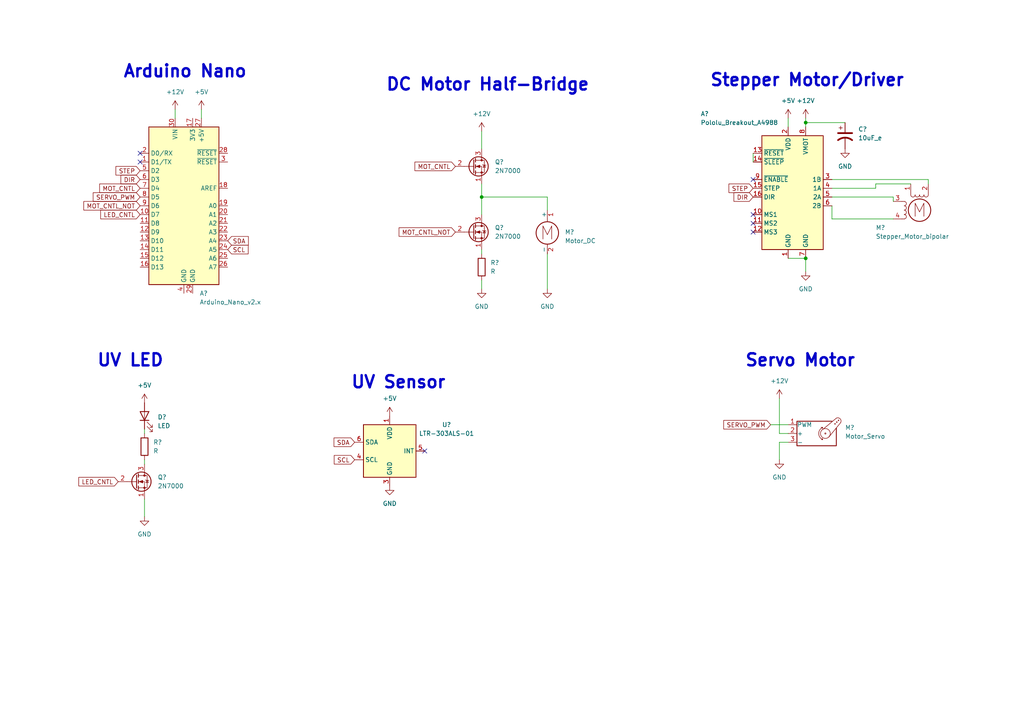
<source format=kicad_sch>
(kicad_sch (version 20211123) (generator eeschema)
  (paper "A4")
  (lib_symbols
    (symbol "Device:C_Polarized_US" (pin_numbers hide) (pin_names (offset 0.254) hide)
      (property "Reference" "C" (at 0.635 2.54 0))
      (property "Value" "C_Polarized_US" (at 0.635 -2.54 0))
      (symbol "C_Polarized_US_0_1"
        (polyline (pts (xy -2.032 0.762) (xy 2.032 0.762)) (stroke (width 0.508)))
        (polyline (pts (xy -1.778 2.286) (xy -0.762 2.286)))
        (polyline (pts (xy -1.27 1.778) (xy -1.27 2.794)))
        (arc (start 2.032 -1.27) (mid 0 -0.5572) (end -2.032 -1.27) (stroke (width 0.508)))
      )
      (symbol "C_Polarized_US_1_1"
        (pin passive line (at 0 3.81 270) (length 2.794) (name "~") (number "1"))
        (pin passive line (at 0 -3.81 90) (length 3.302) (name "~") (number "2"))
      )
    )
    (symbol "Device:LED" (pin_numbers hide) (pin_names (offset 1.016) hide)
      (property "Reference" "D" (at 0 2.54 0))
      (property "Value" "LED" (at 0 -2.54 0))
      (symbol "LED_0_1"
        (polyline (pts (xy -1.27 -1.27) (xy -1.27 1.27)) (stroke (width 0.254)))
        (polyline (pts (xy -1.27 0) (xy 1.27 0)))
        (polyline (pts (xy 1.27 -1.27) (xy 1.27 1.27) (xy -1.27 0) (xy 1.27 -1.27)) (stroke (width 0.254)))
        (polyline (pts (xy -3.048 -0.762) (xy -4.572 -2.286) (xy -3.81 -2.286) (xy -4.572 -2.286) (xy -4.572 -1.524)))
        (polyline (pts (xy -1.778 -0.762) (xy -3.302 -2.286) (xy -2.54 -2.286) (xy -3.302 -2.286) (xy -3.302 -1.524)))
      )
      (symbol "LED_1_1"
        (pin passive line (at -3.81 0 0) (length 2.54) (name "K") (number "1"))
        (pin passive line (at 3.81 0 180) (length 2.54) (name "A") (number "2"))
      )
    )
    (symbol "Device:R" (pin_numbers hide) (pin_names (offset 0))
      (property "Reference" "R" (at 2.032 0 90))
      (property "Value" "R" (at 0 0 90))
      (symbol "R_0_1"
        (rectangle (start -1.016 -2.54) (end 1.016 2.54) (stroke (width 0.254)))
      )
      (symbol "R_1_1"
        (pin passive line (at 0 3.81 270) (length 1.27) (name "~") (number "1"))
        (pin passive line (at 0 -3.81 90) (length 1.27) (name "~") (number "2"))
      )
    )
    (symbol "Driver_Motor:Pololu_Breakout_A4988"
      (property "Reference" "A" (at -2.54 19.05 0))
      (property "Value" "Pololu_Breakout_A4988" (at -2.54 16.51 0))
      (symbol "Pololu_Breakout_A4988_0_1"
        (rectangle (start 10.16 -17.78) (end -7.62 15.24) (stroke (width 0.254)) (fill (type background)))
      )
      (symbol "Pololu_Breakout_A4988_1_1"
        (pin power_in line (at 0 -20.32 90) (length 2.54) (name "GND") (number "1"))
        (pin input line (at -10.16 -7.62 0) (length 2.54) (name "MS1") (number "10"))
        (pin input line (at -10.16 -10.16 0) (length 2.54) (name "MS2") (number "11"))
        (pin input line (at -10.16 -12.7 0) (length 2.54) (name "MS3") (number "12"))
        (pin input line (at -10.16 10.16 0) (length 2.54) (name "~{RESET}") (number "13"))
        (pin input line (at -10.16 7.62 0) (length 2.54) (name "~{SLEEP}") (number "14"))
        (pin input line (at -10.16 0 0) (length 2.54) (name "STEP") (number "15"))
        (pin input line (at -10.16 -2.54 0) (length 2.54) (name "DIR") (number "16"))
        (pin power_in line (at 0 17.78 270) (length 2.54) (name "VDD") (number "2"))
        (pin output line (at 12.7 2.54 180) (length 2.54) (name "1B") (number "3"))
        (pin output line (at 12.7 0 180) (length 2.54) (name "1A") (number "4"))
        (pin output line (at 12.7 -2.54 180) (length 2.54) (name "2A") (number "5"))
        (pin output line (at 12.7 -5.08 180) (length 2.54) (name "2B") (number "6"))
        (pin power_in line (at 5.08 -20.32 90) (length 2.54) (name "GND") (number "7"))
        (pin power_in line (at 5.08 17.78 270) (length 2.54) (name "VMOT") (number "8"))
        (pin input line (at -10.16 2.54 0) (length 2.54) (name "~{ENABLE}") (number "9"))
      )
    )
    (symbol "MCU_Module:Arduino_Nano_v2.x"
      (property "Reference" "A" (at -10.16 23.495 0))
      (property "Value" "Arduino_Nano_v2.x" (at 5.08 -24.13 0))
      (symbol "Arduino_Nano_v2.x_0_1"
        (rectangle (start -10.16 22.86) (end 10.16 -22.86) (stroke (width 0.254)) (fill (type background)))
      )
      (symbol "Arduino_Nano_v2.x_1_1"
        (pin bidirectional line (at -12.7 12.7 0) (length 2.54) (name "D1/TX") (number "1"))
        (pin bidirectional line (at -12.7 -2.54 0) (length 2.54) (name "D7") (number "10"))
        (pin bidirectional line (at -12.7 -5.08 0) (length 2.54) (name "D8") (number "11"))
        (pin bidirectional line (at -12.7 -7.62 0) (length 2.54) (name "D9") (number "12"))
        (pin bidirectional line (at -12.7 -10.16 0) (length 2.54) (name "D10") (number "13"))
        (pin bidirectional line (at -12.7 -12.7 0) (length 2.54) (name "D11") (number "14"))
        (pin bidirectional line (at -12.7 -15.24 0) (length 2.54) (name "D12") (number "15"))
        (pin bidirectional line (at -12.7 -17.78 0) (length 2.54) (name "D13") (number "16"))
        (pin power_out line (at 2.54 25.4 270) (length 2.54) (name "3V3") (number "17"))
        (pin input line (at 12.7 5.08 180) (length 2.54) (name "AREF") (number "18"))
        (pin bidirectional line (at 12.7 0 180) (length 2.54) (name "A0") (number "19"))
        (pin bidirectional line (at -12.7 15.24 0) (length 2.54) (name "D0/RX") (number "2"))
        (pin bidirectional line (at 12.7 -2.54 180) (length 2.54) (name "A1") (number "20"))
        (pin bidirectional line (at 12.7 -5.08 180) (length 2.54) (name "A2") (number "21"))
        (pin bidirectional line (at 12.7 -7.62 180) (length 2.54) (name "A3") (number "22"))
        (pin bidirectional line (at 12.7 -10.16 180) (length 2.54) (name "A4") (number "23"))
        (pin bidirectional line (at 12.7 -12.7 180) (length 2.54) (name "A5") (number "24"))
        (pin bidirectional line (at 12.7 -15.24 180) (length 2.54) (name "A6") (number "25"))
        (pin bidirectional line (at 12.7 -17.78 180) (length 2.54) (name "A7") (number "26"))
        (pin power_out line (at 5.08 25.4 270) (length 2.54) (name "+5V") (number "27"))
        (pin input line (at 12.7 15.24 180) (length 2.54) (name "~{RESET}") (number "28"))
        (pin power_in line (at 2.54 -25.4 90) (length 2.54) (name "GND") (number "29"))
        (pin input line (at 12.7 12.7 180) (length 2.54) (name "~{RESET}") (number "3"))
        (pin power_in line (at -2.54 25.4 270) (length 2.54) (name "VIN") (number "30"))
        (pin power_in line (at 0 -25.4 90) (length 2.54) (name "GND") (number "4"))
        (pin bidirectional line (at -12.7 10.16 0) (length 2.54) (name "D2") (number "5"))
        (pin bidirectional line (at -12.7 7.62 0) (length 2.54) (name "D3") (number "6"))
        (pin bidirectional line (at -12.7 5.08 0) (length 2.54) (name "D4") (number "7"))
        (pin bidirectional line (at -12.7 2.54 0) (length 2.54) (name "D5") (number "8"))
        (pin bidirectional line (at -12.7 0 0) (length 2.54) (name "D6") (number "9"))
      )
    )
    (symbol "Motor:Motor_DC" (pin_names (offset 0))
      (property "Reference" "M" (at 2.54 2.54 0))
      (property "Value" "Motor_DC" (at 2.54 -5.08 0))
      (symbol "Motor_DC_0_0"
        (polyline (pts (xy -1.27 -3.302) (xy -1.27 0.508) (xy 0 -2.032) (xy 1.27 0.508) (xy 1.27 -3.302)))
      )
      (symbol "Motor_DC_0_1"
        (circle (center 0 -1.524) (radius 3.2512) (stroke (width 0.254)))
        (polyline (pts (xy 0 -7.62) (xy 0 -7.112)))
        (polyline (pts (xy 0 -4.7752) (xy 0 -5.1816)))
        (polyline (pts (xy 0 1.7272) (xy 0 2.0828)))
        (polyline (pts (xy 0 2.032) (xy 0 2.54)))
      )
      (symbol "Motor_DC_1_1"
        (pin passive line (at 0 5.08 270) (length 2.54) (name "+") (number "1"))
        (pin passive line (at 0 -7.62 90) (length 2.54) (name "-") (number "2"))
      )
    )
    (symbol "Motor:Motor_Servo" (pin_names (offset 0.0254))
      (property "Reference" "M" (at -5.08 4.445 0))
      (property "Value" "Motor_Servo" (at -5.08 -4.064 0))
      (symbol "Motor_Servo_0_1"
        (polyline (pts (xy 2.413 -1.778) (xy 2.032 -1.778)))
        (polyline (pts (xy 2.413 -1.778) (xy 2.286 -1.397)))
        (polyline (pts (xy 2.413 1.778) (xy 1.905 1.778)))
        (polyline (pts (xy 2.413 1.778) (xy 2.286 1.397)))
        (polyline (pts (xy 6.35 4.445) (xy 2.54 1.27)))
        (polyline (pts (xy 7.62 3.175) (xy 4.191 -1.016)))
        (polyline (pts (xy 5.08 3.556) (xy -5.08 3.556) (xy -5.08 -3.556) (xy 6.35 -3.556) (xy 6.35 1.524)) (stroke (width 0.254)))
        (arc (start 2.413 1.778) (mid 1.2406 0) (end 2.413 -1.778))
        (circle (center 3.175 0) (radius 0.1778))
        (circle (center 3.175 0) (radius 1.4224))
        (circle (center 5.969 2.794) (radius 0.127))
        (circle (center 6.477 3.302) (radius 0.127))
        (circle (center 6.985 3.81) (radius 0.127))
        (arc (start 7.62 3.175) (mid 7.4485 4.2735) (end 6.35 4.445))
      )
      (symbol "Motor_Servo_1_1"
        (pin passive line (at -7.62 2.54 0) (length 2.54) (name "PWM") (number "1"))
        (pin passive line (at -7.62 0 0) (length 2.54) (name "+") (number "2"))
        (pin passive line (at -7.62 -2.54 0) (length 2.54) (name "-") (number "3"))
      )
    )
    (symbol "Motor:Stepper_Motor_bipolar" (pin_names (offset 0) hide)
      (property "Reference" "M" (at 3.81 2.54 0))
      (property "Value" "Stepper_Motor_bipolar" (at 3.81 1.27 0))
      (symbol "Stepper_Motor_bipolar_0_0"
        (polyline (pts (xy -1.27 -1.778) (xy -1.27 2.032) (xy 0 -0.508) (xy 1.27 2.032) (xy 1.27 -1.778)))
      )
      (symbol "Stepper_Motor_bipolar_0_1"
        (arc (start -4.445 -2.54) (mid -3.81 -1.905) (end -4.445 -1.27))
        (arc (start -4.445 -1.27) (mid -3.81 -0.635) (end -4.445 0))
        (arc (start -4.445 0) (mid -3.81 0.635) (end -4.445 1.27))
        (arc (start -4.445 1.27) (mid -3.81 1.905) (end -4.445 2.54))
        (arc (start -2.54 4.445) (mid -1.905 3.81) (end -1.27 4.445))
        (arc (start -1.27 4.445) (mid -0.635 3.81) (end 0 4.445))
        (polyline (pts (xy -5.08 -2.54) (xy -4.445 -2.54)))
        (polyline (pts (xy -5.08 2.54) (xy -4.445 2.54)))
        (polyline (pts (xy -2.54 5.08) (xy -2.54 4.445)))
        (polyline (pts (xy 2.54 5.08) (xy 2.54 4.445)))
        (circle (center 0 0) (radius 3.2512) (stroke (width 0.254)))
        (arc (start 0 4.445) (mid 0.635 3.81) (end 1.27 4.445))
        (arc (start 1.27 4.445) (mid 1.905 3.81) (end 2.54 4.445))
      )
      (symbol "Stepper_Motor_bipolar_1_1"
        (pin passive line (at -2.54 7.62 270) (length 2.54) (name "~") (number "1"))
        (pin passive line (at 2.54 7.62 270) (length 2.54) (name "-") (number "2"))
        (pin passive line (at -7.62 2.54 0) (length 2.54) (name "~") (number "3"))
        (pin passive line (at -7.62 -2.54 0) (length 2.54) (name "~") (number "4"))
      )
    )
    (symbol "Sensor_Optical:LTR-303ALS-01"
      (property "Reference" "U" (at -7.62 8.89 0))
      (property "Value" "LTR-303ALS-01" (at 1.27 8.89 0))
      (symbol "LTR-303ALS-01_0_1"
        (rectangle (start -7.62 7.62) (end 7.62 -7.62) (stroke (width 0.254)) (fill (type background)))
      )
      (symbol "LTR-303ALS-01_1_1"
        (pin power_in line (at 0 10.16 270) (length 2.54) (name "VDD") (number "1"))
        (pin no_connect line (at 2.54 0 180) (length 2.54) hide (name "NC") (number "2"))
        (pin power_in line (at 0 -10.16 90) (length 2.54) (name "GND") (number "3"))
        (pin input line (at -10.16 -2.54 0) (length 2.54) (name "SCL") (number "4"))
        (pin open_collector line (at 10.16 0 180) (length 2.54) (name "INT") (number "5"))
        (pin bidirectional line (at -10.16 2.54 0) (length 2.54) (name "SDA") (number "6"))
      )
    )
    (symbol "Transistor_FET:2N7000" (pin_names hide)
      (property "Reference" "Q" (at 5.08 1.905 0))
      (property "Value" "2N7000" (at 5.08 0 0))
      (symbol "2N7000_0_1"
        (polyline (pts (xy 0.254 0) (xy -2.54 0)))
        (polyline (pts (xy 0.254 1.905) (xy 0.254 -1.905)) (stroke (width 0.254)))
        (polyline (pts (xy 0.762 -1.27) (xy 0.762 -2.286)) (stroke (width 0.254)))
        (polyline (pts (xy 0.762 0.508) (xy 0.762 -0.508)) (stroke (width 0.254)))
        (polyline (pts (xy 0.762 2.286) (xy 0.762 1.27)) (stroke (width 0.254)))
        (polyline (pts (xy 2.54 2.54) (xy 2.54 1.778)))
        (polyline (pts (xy 2.54 -2.54) (xy 2.54 0) (xy 0.762 0)))
        (polyline (pts (xy 0.762 -1.778) (xy 3.302 -1.778) (xy 3.302 1.778) (xy 0.762 1.778)))
        (polyline (pts (xy 1.016 0) (xy 2.032 0.381) (xy 2.032 -0.381) (xy 1.016 0)) (fill (type outline)))
        (polyline (pts (xy 2.794 0.508) (xy 2.921 0.381) (xy 3.683 0.381) (xy 3.81 0.254)))
        (polyline (pts (xy 3.302 0.381) (xy 2.921 -0.254) (xy 3.683 -0.254) (xy 3.302 0.381)))
        (circle (center 1.651 0) (radius 2.794) (stroke (width 0.254)))
        (circle (center 2.54 -1.778) (radius 0.254) (fill (type outline)))
        (circle (center 2.54 1.778) (radius 0.254) (fill (type outline)))
      )
      (symbol "2N7000_1_1"
        (pin passive line (at 2.54 -5.08 90) (length 2.54) (name "S") (number "1"))
        (pin input line (at -5.08 0 0) (length 2.54) (name "G") (number "2"))
        (pin passive line (at 2.54 5.08 270) (length 2.54) (name "D") (number "3"))
      )
    )
    (symbol "power:+12V" (power) (pin_names (offset 0))
      (property "Value" "+12V" (at 0 3.556 0))
      (symbol "+12V_0_1"
        (polyline (pts (xy -0.762 1.27) (xy 0 2.54)))
        (polyline (pts (xy 0 0) (xy 0 2.54)))
        (polyline (pts (xy 0 2.54) (xy 0.762 1.27)))
      )
      (symbol "+12V_1_1"
        (pin power_in line (at 0 0 90) (length 0) hide (name "+12V") (number "1"))
      )
    )
    (symbol "power:+5V" (power) (pin_names (offset 0))
      (property "Value" "+5V" (at 0 3.556 0))
      (symbol "+5V_0_1"
        (polyline (pts (xy -0.762 1.27) (xy 0 2.54)))
        (polyline (pts (xy 0 0) (xy 0 2.54)))
        (polyline (pts (xy 0 2.54) (xy 0.762 1.27)))
      )
      (symbol "+5V_1_1"
        (pin power_in line (at 0 0 90) (length 0) hide (name "+5V") (number "1"))
      )
    )
    (symbol "power:GND" (power) (pin_names (offset 0))
      (property "Value" "GND" (at 0 -3.81 0))
      (symbol "GND_0_1"
        (polyline (pts (xy 0 0) (xy 0 -1.27) (xy 1.27 -1.27) (xy 0 -2.54) (xy -1.27 -1.27) (xy 0 -1.27)))
      )
      (symbol "GND_1_1"
        (pin power_in line (at 0 0 270) (length 0) hide (name "GND") (number "1"))
      )
    )
  )
  (junction (at 233.68 74.93))
  (junction (at 139.7 57.15))
  (junction (at 233.68 35.56))
  (no_connect (at 218.44 67.31))
  (no_connect (at 218.44 64.77))
  (no_connect (at 218.44 62.23))
  (no_connect (at 123.19 130.81))
  (no_connect (at 40.64 46.99))
  (no_connect (at 218.44 52.07))
  (no_connect (at 40.64 44.45))
  (wire (pts (xy 139.7 53.34) (xy 139.7 57.15)))
  (wire (pts (xy 259.08 57.15) (xy 259.08 58.42)))
  (wire (pts (xy 269.24 52.07) (xy 269.24 53.34)))
  (wire (pts (xy 241.3 63.5) (xy 241.3 59.69)))
  (wire (pts (xy 218.44 44.45) (xy 218.44 46.99)))
  (wire (pts (xy 158.75 73.66) (xy 158.75 83.82)))
  (wire (pts (xy 228.6 125.73) (xy 226.06 125.73)))
  (wire (pts (xy 58.42 31.75) (xy 58.42 34.29)))
  (wire (pts (xy 241.3 52.07) (xy 269.24 52.07)))
  (wire (pts (xy 228.6 34.29) (xy 228.6 36.83)))
  (wire (pts (xy 241.3 57.15) (xy 259.08 57.15)))
  (wire (pts (xy 226.06 128.27) (xy 226.06 133.35)))
  (wire (pts (xy 41.91 124.46) (xy 41.91 125.73)))
  (wire (pts (xy 254 54.61) (xy 254 53.34)))
  (wire (pts (xy 254 53.34) (xy 264.16 53.34)))
  (wire (pts (xy 226.06 125.73) (xy 226.06 115.57)))
  (wire (pts (xy 139.7 38.1) (xy 139.7 43.18)))
  (wire (pts (xy 228.6 74.93) (xy 233.68 74.93)))
  (wire (pts (xy 233.68 34.29) (xy 233.68 35.56)))
  (wire (pts (xy 233.68 35.56) (xy 245.11 35.56)))
  (wire (pts (xy 233.68 35.56) (xy 233.68 36.83)))
  (wire (pts (xy 223.52 123.19) (xy 228.6 123.19)))
  (wire (pts (xy 41.91 133.35) (xy 41.91 134.62)))
  (wire (pts (xy 139.7 72.39) (xy 139.7 73.66)))
  (wire (pts (xy 50.8 31.75) (xy 50.8 34.29)))
  (wire (pts (xy 41.91 144.78) (xy 41.91 149.86)))
  (wire (pts (xy 233.68 74.93) (xy 233.68 78.74)))
  (wire (pts (xy 139.7 57.15) (xy 139.7 62.23)))
  (wire (pts (xy 139.7 57.15) (xy 158.75 57.15)))
  (wire (pts (xy 228.6 128.27) (xy 226.06 128.27)))
  (wire (pts (xy 241.3 54.61) (xy 254 54.61)))
  (wire (pts (xy 158.75 60.96) (xy 158.75 57.15)))
  (wire (pts (xy 139.7 81.28) (xy 139.7 83.82)))
  (wire (pts (xy 241.3 63.5) (xy 259.08 63.5)))
  (text "Arduino Nano" (at 35.56 22.86 0) (effects (font (size 3.5 3.5) (thickness 0.7) bold) (justify left bottom)))
  (text "UV Sensor" (at 101.6 113.03 0) (effects (font (size 3.5 3.5) (thickness 0.7) bold) (justify left bottom)))
  (text "Servo Motor" (at 215.9 106.68 0) (effects (font (size 3.5 3.5) (thickness 0.7) bold) (justify left bottom)))
  (text "UV LED" (at 27.94 106.68 0) (effects (font (size 3.5 3.5) (thickness 0.7) bold) (justify left bottom)))
  (text "DC Motor Half-Bridge" (at 111.76 26.67 0) (effects (font (size 3.5 3.5) (thickness 0.7) bold) (justify left bottom)))
  (text "Stepper Motor/Driver" (at 205.74 25.4 0) (effects (font (size 3.5 3.5) (thickness 0.7) bold) (justify left bottom)))
  (global_label "SDA" (shape input) (at 102.87 128.27 180) (property "Intersheet References" "${INTERSHEET_REFS}" (effects hide)))
  (global_label "LED_CNTL" (shape input) (at 40.64 62.23 180) (property "Intersheet References" "${INTERSHEET_REFS}" (effects hide)))
  (global_label "LED_CNTL" (shape input) (at 34.29 139.7 180) (property "Intersheet References" "${INTERSHEET_REFS}" (effects hide)))
  (global_label "DIR" (shape input) (at 40.64 52.07 180) (property "Intersheet References" "${INTERSHEET_REFS}" (effects hide)))
  (global_label "STEP" (shape input) (at 218.44 54.61 180) (property "Intersheet References" "${INTERSHEET_REFS}" (effects hide)))
  (global_label "MOT_CNTL_NOT" (shape input) (at 40.64 59.69 180) (property "Intersheet References" "${INTERSHEET_REFS}" (effects hide)))
  (global_label "MOT_CNTL" (shape input) (at 132.08 48.26 180) (property "Intersheet References" "${INTERSHEET_REFS}" (effects hide)))
  (global_label "SERVO_PWM" (shape input) (at 40.64 57.15 180) (property "Intersheet References" "${INTERSHEET_REFS}" (effects hide)))
  (global_label "SERVO_PWM" (shape input) (at 223.52 123.19 180) (property "Intersheet References" "${INTERSHEET_REFS}" (effects hide)))
  (global_label "MOT_CNTL" (shape input) (at 40.64 54.61 180) (property "Intersheet References" "${INTERSHEET_REFS}" (effects hide)))
  (global_label "SDA" (shape input) (at 66.04 69.85 0) (property "Intersheet References" "${INTERSHEET_REFS}" (effects hide)))
  (global_label "SCL" (shape input) (at 66.04 72.39 0) (property "Intersheet References" "${INTERSHEET_REFS}" (effects hide)))
  (global_label "STEP" (shape input) (at 40.64 49.53 180) (property "Intersheet References" "${INTERSHEET_REFS}" (effects hide)))
  (global_label "SCL" (shape input) (at 102.87 133.35 180) (property "Intersheet References" "${INTERSHEET_REFS}" (effects hide)))
  (global_label "MOT_CNTL_NOT" (shape input) (at 132.08 67.31 180) (property "Intersheet References" "${INTERSHEET_REFS}" (effects hide)))
  (global_label "DIR" (shape input) (at 218.44 57.15 180) (property "Intersheet References" "${INTERSHEET_REFS}" (effects hide)))
  (symbol (lib_id "power:GND") (at 226.06 133.35 0) (unit 1)
    (property "Reference" "#PWR?" (effects hide))
    (property "Value" "GND" (at 226.06 138.43 0))
  )
  (symbol (lib_id "power:+12V") (at 50.8 31.75 0) (unit 1)
    (property "Reference" "#PWR?" (effects hide))
    (property "Value" "+12V" (at 50.8 26.67 0))
  )
  (symbol (lib_id "Device:R") (at 139.7 77.47 0) (unit 1)
    (property "Reference" "R?" (at 142.24 76.1999 0) (effects (justify left)))
    (property "Value" "R" (at 142.24 78.7399 0) (effects (justify left)))
  )
  (symbol (lib_id "Transistor_FET:2N7000") (at 39.37 139.7 0) (unit 1)
    (property "Reference" "Q?" (at 45.72 138.4299 0) (effects (justify left)))
    (property "Value" "2N7000" (at 45.72 140.9699 0) (effects (justify left)))
    (property "Footprint" "Package_TO_SOT_THT:TO-92_Inline" (effects hide))
    (property "Datasheet" "https://www.onsemi.com/pub/Collateral/NDS7002A-D.PDF" (effects hide))
  )
  (symbol (lib_id "Device:R") (at 41.91 129.54 0) (unit 1)
    (property "Reference" "R?" (at 44.45 128.2699 0) (effects (justify left)))
    (property "Value" "R" (at 44.45 130.8099 0) (effects (justify left)))
  )
  (symbol (lib_id "MCU_Module:Arduino_Nano_v2.x") (at 53.34 59.69 0) (unit 1)
    (property "Reference" "A?" (at 57.8994 85.09 0) (effects (justify left)))
    (property "Value" "Arduino_Nano_v2.x" (at 57.8994 87.63 0) (effects (justify left)))
    (property "Footprint" "Module:Arduino_Nano" (effects hide))
    (property "Datasheet" "https://www.arduino.cc/en/uploads/Main/ArduinoNanoManual23.pdf" (effects hide))
  )
  (symbol (lib_id "power:+5V") (at 228.6 34.29 0) (unit 1)
    (property "Reference" "#PWR?" (effects hide))
    (property "Value" "+5V" (at 228.6 29.21 0))
  )
  (symbol (lib_id "Driver_Motor:Pololu_Breakout_A4988") (at 228.6 54.61 0) (unit 1)
    (property "Reference" "A?" (at 203.2 33.02 0) (effects (justify left)))
    (property "Value" "Pololu_Breakout_A4988" (at 203.2 35.56 0) (effects (justify left)))
    (property "Footprint" "Module:Pololu_Breakout-16_15.2x20.3mm" (effects hide))
    (property "Datasheet" "https://www.pololu.com/product/2980/pictures" (effects hide))
  )
  (symbol (lib_id "Transistor_FET:2N7000") (at 137.16 67.31 0) (unit 1)
    (property "Reference" "Q?" (at 143.51 66.0399 0) (effects (justify left)))
    (property "Value" "2N7000" (at 143.51 68.5799 0) (effects (justify left)))
    (property "Footprint" "Package_TO_SOT_THT:TO-92_Inline" (effects hide))
    (property "Datasheet" "https://www.onsemi.com/pub/Collateral/NDS7002A-D.PDF" (effects hide))
  )
  (symbol (lib_id "Device:C_Polarized_US") (at 245.11 39.37 0) (unit 1)
    (property "Reference" "C?" (at 248.92 37.4649 0) (effects (justify left)))
    (property "Value" "10uF_e" (at 248.92 40.0049 0) (effects (justify left)))
    (property "Footprint" "Capacitor_THT:CP_Radial_D5.0mm_P2.50mm" (effects hide))
  )
  (symbol (lib_id "power:+5V") (at 113.03 120.65 0) (unit 1)
    (property "Reference" "#PWR?" (effects hide))
    (property "Value" "+5V" (at 113.03 115.57 0))
  )
  (symbol (lib_id "Device:LED") (at 41.91 120.65 90) (unit 1)
    (property "Reference" "D?" (at 45.72 120.9674 90) (effects (justify right)))
    (property "Value" "LED" (at 45.72 123.5074 90) (effects (justify right)))
  )
  (symbol (lib_id "power:+12V") (at 139.7 38.1 0) (unit 1)
    (property "Reference" "#PWR?" (effects hide))
    (property "Value" "+12V" (at 139.7 33.02 0))
  )
  (symbol (lib_id "Motor:Motor_DC") (at 158.75 66.04 0) (unit 1)
    (property "Reference" "M?" (at 163.83 67.3099 0) (effects (justify left)))
    (property "Value" "Motor_DC" (at 163.83 69.8499 0) (effects (justify left)))
  )
  (symbol (lib_id "power:+12V") (at 233.68 34.29 0) (unit 1)
    (property "Reference" "#PWR?" (effects hide))
    (property "Value" "+12V" (at 233.68 29.21 0))
  )
  (symbol (lib_id "power:GND") (at 233.68 78.74 0) (unit 1)
    (property "Reference" "#PWR?" (effects hide))
    (property "Value" "GND" (at 233.68 83.82 0))
  )
  (symbol (lib_id "power:GND") (at 158.75 83.82 0) (unit 1)
    (property "Reference" "#PWR?" (effects hide))
    (property "Value" "GND" (at 158.75 88.9 0))
  )
  (symbol (lib_id "Motor:Motor_Servo") (at 236.22 125.73 0) (unit 1)
    (property "Reference" "M?" (at 245.11 124.0265 0) (effects (justify left)))
    (property "Value" "Motor_Servo" (at 245.11 126.5665 0) (effects (justify left)))
    (property "Datasheet" "http://forums.parallax.com/uploads/attachments/46831/74481.png" (effects hide))
  )
  (symbol (lib_id "power:GND") (at 113.03 140.97 0) (unit 1)
    (property "Reference" "#PWR?" (effects hide))
    (property "Value" "GND" (at 113.03 146.05 0))
  )
  (symbol (lib_id "Transistor_FET:2N7000") (at 137.16 48.26 0) (unit 1)
    (property "Reference" "Q?" (at 143.51 46.9899 0) (effects (justify left)))
    (property "Value" "2N7000" (at 143.51 49.5299 0) (effects (justify left)))
    (property "Footprint" "Package_TO_SOT_THT:TO-92_Inline" (effects hide))
    (property "Datasheet" "https://www.onsemi.com/pub/Collateral/NDS7002A-D.PDF" (effects hide))
  )
  (symbol (lib_id "power:GND") (at 41.91 149.86 0) (unit 1)
    (property "Reference" "#PWR?" (effects hide))
    (property "Value" "GND" (at 41.91 154.94 0))
  )
  (symbol (lib_id "power:GND") (at 245.11 43.18 0) (unit 1)
    (property "Reference" "#PWR?" (effects hide))
    (property "Value" "GND" (at 245.11 48.26 0))
  )
  (symbol (lib_id "power:+5V") (at 58.42 31.75 0) (unit 1)
    (property "Reference" "#PWR?" (effects hide))
    (property "Value" "+5V" (at 58.42 26.67 0))
  )
  (symbol (lib_id "power:+5V") (at 41.91 116.84 0) (unit 1)
    (property "Reference" "#PWR?" (effects hide))
    (property "Value" "+5V" (at 41.91 111.76 0))
  )
  (symbol (lib_id "Motor:Stepper_Motor_bipolar") (at 266.7 60.96 0) (unit 1)
    (property "Reference" "M?" (at 254 66.04 0) (effects (justify left)))
    (property "Value" "Stepper_Motor_bipolar" (at 254 68.58 0) (effects (justify left)))
    (property "Datasheet" "http://www.infineon.com/dgdl/Application-Note-TLE8110EE_driving_UniPolarStepperMotor_V1.1.pdf?fileId=db3a30431be39b97011be5d0aa0a00b0" (effects hide))
  )
  (symbol (lib_id "Sensor_Optical:LTR-303ALS-01") (at 113.03 130.81 0) (unit 1)
    (property "Reference" "U?" (at 129.54 123.19 0))
    (property "Value" "LTR-303ALS-01" (at 129.54 125.73 0))
    (property "Footprint" "OptoDevice:Lite-On_LTR-303ALS-01" (effects hide))
    (property "Datasheet" "http://optoelectronics.liteon.com/upload/download/DS86-2013-0004/LTR-303ALS-01_DS_V1.pdf" (effects hide))
  )
  (symbol (lib_id "power:+12V") (at 226.06 115.57 0) (unit 1)
    (property "Reference" "#PWR?" (effects hide))
    (property "Value" "+12V" (at 226.06 110.49 0))
  )
  (symbol (lib_id "power:GND") (at 139.7 83.82 0) (unit 1)
    (property "Reference" "#PWR?" (effects hide))
    (property "Value" "GND" (at 139.7 88.9 0))
  )
)
</source>
